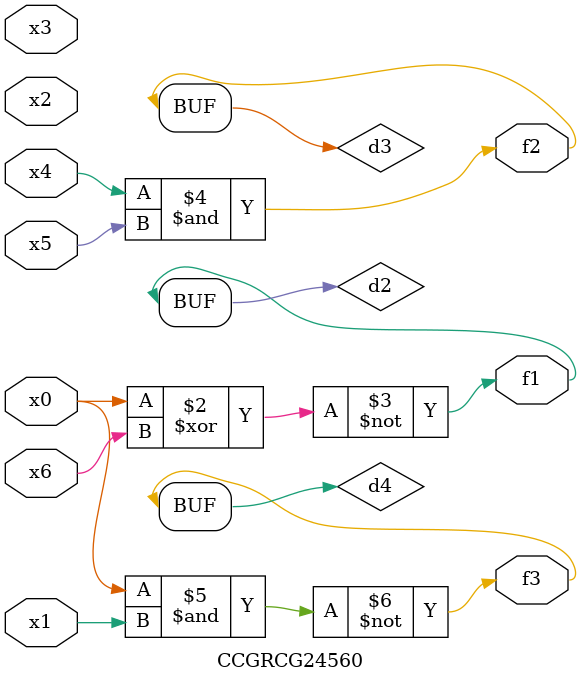
<source format=v>
module CCGRCG24560(
	input x0, x1, x2, x3, x4, x5, x6,
	output f1, f2, f3
);

	wire d1, d2, d3, d4;

	nor (d1, x0);
	xnor (d2, x0, x6);
	and (d3, x4, x5);
	nand (d4, x0, x1);
	assign f1 = d2;
	assign f2 = d3;
	assign f3 = d4;
endmodule

</source>
